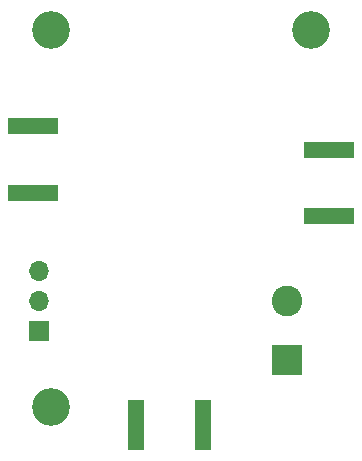
<source format=gbr>
%TF.GenerationSoftware,KiCad,Pcbnew,8.0.2*%
%TF.CreationDate,2025-01-11T01:11:34-03:00*%
%TF.ProjectId,LTC6268-10,4c544336-3236-4382-9d31-302e6b696361,rev?*%
%TF.SameCoordinates,Original*%
%TF.FileFunction,Soldermask,Bot*%
%TF.FilePolarity,Negative*%
%FSLAX46Y46*%
G04 Gerber Fmt 4.6, Leading zero omitted, Abs format (unit mm)*
G04 Created by KiCad (PCBNEW 8.0.2) date 2025-01-11 01:11:34*
%MOMM*%
%LPD*%
G01*
G04 APERTURE LIST*
%ADD10R,4.200000X1.350000*%
%ADD11R,2.600000X2.600000*%
%ADD12C,2.600000*%
%ADD13C,3.200000*%
%ADD14R,1.350000X4.200000*%
%ADD15R,1.700000X1.700000*%
%ADD16O,1.700000X1.700000*%
G04 APERTURE END LIST*
D10*
%TO.C,J4*%
X134420001Y-72825000D03*
X134420001Y-67175000D03*
%TD*%
D11*
%TO.C,J2*%
X130920001Y-85000000D03*
D12*
X130920001Y-80000000D03*
%TD*%
D13*
%TO.C,H2*%
X110920001Y-89000000D03*
%TD*%
D10*
%TO.C,J1*%
X109420001Y-65175000D03*
X109420001Y-70825000D03*
%TD*%
D13*
%TO.C,H1*%
X132920001Y-57000000D03*
%TD*%
D14*
%TO.C,J3*%
X118095001Y-90500000D03*
X123745001Y-90500000D03*
%TD*%
D13*
%TO.C,H3*%
X110920001Y-57000000D03*
%TD*%
D15*
%TO.C,SD_L1*%
X109920001Y-82540000D03*
D16*
X109920001Y-80000000D03*
X109920001Y-77460000D03*
%TD*%
M02*

</source>
